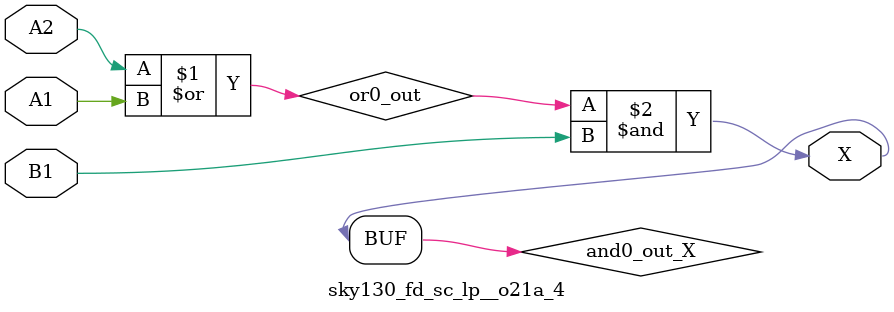
<source format=v>
/*
 * Copyright 2020 The SkyWater PDK Authors
 *
 * Licensed under the Apache License, Version 2.0 (the "License");
 * you may not use this file except in compliance with the License.
 * You may obtain a copy of the License at
 *
 *     https://www.apache.org/licenses/LICENSE-2.0
 *
 * Unless required by applicable law or agreed to in writing, software
 * distributed under the License is distributed on an "AS IS" BASIS,
 * WITHOUT WARRANTIES OR CONDITIONS OF ANY KIND, either express or implied.
 * See the License for the specific language governing permissions and
 * limitations under the License.
 *
 * SPDX-License-Identifier: Apache-2.0
*/


`ifndef SKY130_FD_SC_LP__O21A_4_FUNCTIONAL_V
`define SKY130_FD_SC_LP__O21A_4_FUNCTIONAL_V

/**
 * o21a: 2-input OR into first input of 2-input AND.
 *
 *       X = ((A1 | A2) & B1)
 *
 * Verilog simulation functional model.
 */

`timescale 1ns / 1ps
`default_nettype none

`celldefine
module sky130_fd_sc_lp__o21a_4 (
    X ,
    A1,
    A2,
    B1
);

    // Module ports
    output X ;
    input  A1;
    input  A2;
    input  B1;

    // Local signals
    wire or0_out   ;
    wire and0_out_X;

    //  Name  Output      Other arguments
    or  or0  (or0_out   , A2, A1         );
    and and0 (and0_out_X, or0_out, B1    );
    buf buf0 (X         , and0_out_X     );

endmodule
`endcelldefine

`default_nettype wire
`endif  // SKY130_FD_SC_LP__O21A_4_FUNCTIONAL_V

</source>
